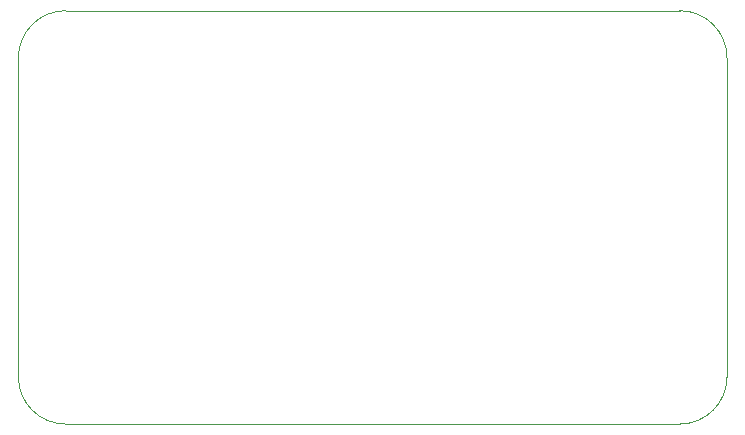
<source format=gbr>
%TF.GenerationSoftware,KiCad,Pcbnew,(6.0.9)*%
%TF.CreationDate,2022-12-01T07:32:15+10:00*%
%TF.ProjectId,NRF52Motherboard,4e524635-324d-46f7-9468-6572626f6172,rev?*%
%TF.SameCoordinates,Original*%
%TF.FileFunction,Profile,NP*%
%FSLAX46Y46*%
G04 Gerber Fmt 4.6, Leading zero omitted, Abs format (unit mm)*
G04 Created by KiCad (PCBNEW (6.0.9)) date 2022-12-01 07:32:15*
%MOMM*%
%LPD*%
G01*
G04 APERTURE LIST*
%TA.AperFunction,Profile*%
%ADD10C,0.100000*%
%TD*%
G04 APERTURE END LIST*
D10*
X130000000Y-123200000D02*
X130000000Y-96200000D01*
X74000000Y-92200000D02*
G75*
G03*
X70000000Y-96200000I0J-4000000D01*
G01*
X74000000Y-127200000D02*
X126000000Y-127200000D01*
X70000000Y-123200000D02*
G75*
G03*
X74000000Y-127200000I4000000J0D01*
G01*
X126000000Y-127200000D02*
G75*
G03*
X130000000Y-123200000I0J4000000D01*
G01*
X70000000Y-96200000D02*
X70000000Y-123200000D01*
X126000000Y-92200000D02*
X74000000Y-92200000D01*
X130000000Y-96200000D02*
G75*
G03*
X126000000Y-92200000I-4000000J0D01*
G01*
M02*

</source>
